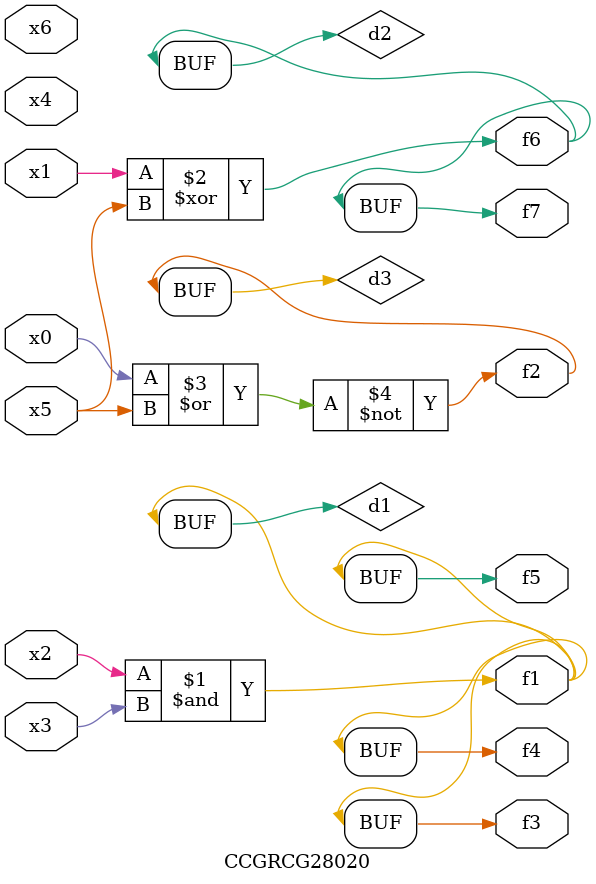
<source format=v>
module CCGRCG28020(
	input x0, x1, x2, x3, x4, x5, x6,
	output f1, f2, f3, f4, f5, f6, f7
);

	wire d1, d2, d3;

	and (d1, x2, x3);
	xor (d2, x1, x5);
	nor (d3, x0, x5);
	assign f1 = d1;
	assign f2 = d3;
	assign f3 = d1;
	assign f4 = d1;
	assign f5 = d1;
	assign f6 = d2;
	assign f7 = d2;
endmodule

</source>
